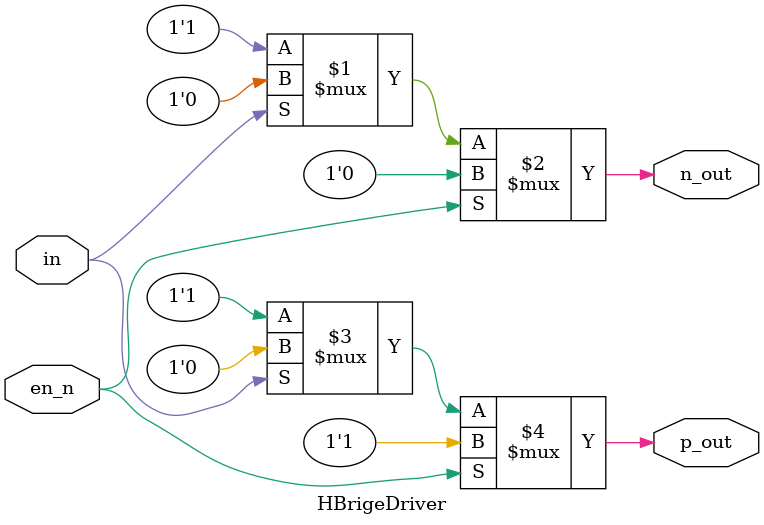
<source format=v>

`default_nettype none
/*
 *-------------------------------------------------------------
 *
 * HBrigeDriver
 *
 *
 *-------------------------------------------------------------
 */
module HBrigeDriver(
  output wire p_out,
  output wire n_out,
  input wire en_n,
  input wire in
);

 assign n_out = en_n ? 1'b0 : in ? 1'b0 : 1'b1; 
 assign p_out = en_n ? 1'b1 : in ? 1'b0 : 1'b1; 

endmodule



</source>
